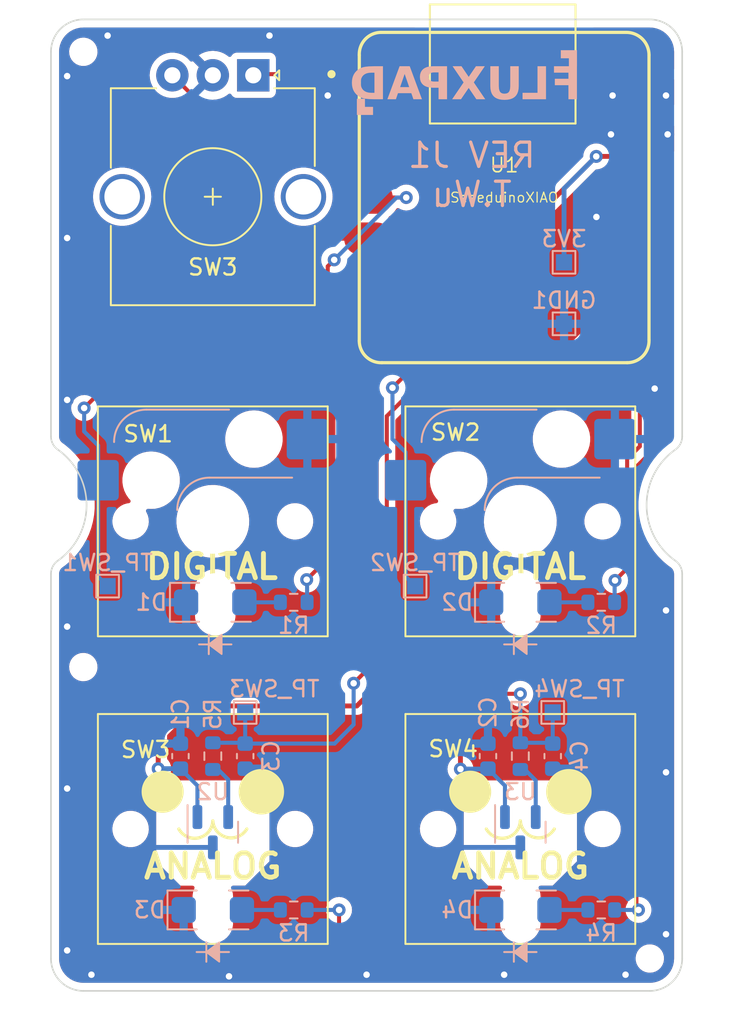
<source format=kicad_pcb>
(kicad_pcb (version 20221018) (generator pcbnew)
  (layers (0 "F.Cu" mixed) (31 "B.Cu" mixed) (34 "B.Paste" user) (35 "F.Paste" user) (36 "B.SilkS" user "B.Silkscreen") (37 "F.SilkS" user "F.Silkscreen") (38 "B.Mask" user) (39 "F.Mask" user) (44 "Edge.Cuts" user))
  (net 0 "")
  (net 1 "ENCA")
  (net 2 "Net-(D1-A)")
  (net 3 "Net-(D2-A)")
  (net 4 "Net-(D3-A)")
  (net 5 "Net-(D4-A)")
  (net 6 "LED3")
  (net 7 "LED1")
  (net 8 "LED4")
  (net 9 "LED2")
  (net 10 "+3V3")
  (net 11 "SW1")
  (net 12 "SW2")
  (net 13 "SW3")
  (net 14 "SW4")
  (net 15 "+5V")
  (net 16 "GND")
  (net 17 "ENCB")
  (net 18 "Net-(U2-OUT)")
  (net 19 "Net-(U3-OUT)")
  (footprint "Tang:JLCPCB Tooling Hole" (layer "F.Cu") (at 137.5 123)
    (fp_text reference "H2" hide)
    (fp_text value "MountingHole")
    (pad "" np_thru_hole circle (at 0 0) (size 1.152 1.152) (drill 1.152) (layers "F&B.Cu" "*.Mask") (clearance 0.3))
  )
  (footprint "Tang:JLCPCB Tooling Hole" (layer "F.Cu") (at 102.5 105)
    (fp_text reference "H3" hide)
    (fp_text value "MountingHole")
    (pad "" np_thru_hole circle (at 0 0) (size 1.152 1.152) (drill 1.152) (layers "F&B.Cu" "*.Mask") (clearance 0.3))
  )
  (footprint "Tang:JLCPCB Tooling Hole" (layer "F.Cu") (at 102.5 67)
    (fp_text reference "H1" hide)
    (fp_text value "MountingHole")
    (pad "" np_thru_hole circle (at 0 0) (size 1.152 1.152) (drill 1.152) (layers "F&B.Cu" "*.Mask") (clearance 0.3))
  )
  (footprint "Rotary_Encoder:RotaryEncoder_Alps_EC12E_Vertical_H20mm_CircularMountingHoles" (layer "F.Cu") (at 113 68.45 -90)
    (fp_text reference "SW3" (at 11.85 2.5 180) (layer "F.SilkS"))
    (fp_text value "PEC12R-4017F-N0024")
    (fp_line (start -0.3 -1.6) (end 0.3 -1.6) (stroke (width 0.12)) (layer "F.SilkS"))
    (fp_line (start 0 -1.3) (end -0.3 -1.6) (stroke (width 0.12)) (layer "F.SilkS"))
    (fp_line (start 0.3 -1.6) (end 0 -1.3) (stroke (width 0.12)) (layer "F.SilkS"))
    (fp_line (start 0.8 -3.8) (end 0.8 -1.3) (stroke (width 0.12)) (layer "F.SilkS"))
    (fp_line (start 0.8 8.8) (end 0.8 6) (stroke (width 0.12)) (layer "F.SilkS"))
    (fp_line (start 5.6 -3.8) (end 0.8 -3.8) (stroke (width 0.12)) (layer "F.SilkS"))
    (fp_line (start 5.7 8.8) (end 0.8 8.8) (stroke (width 0.12)) (layer "F.SilkS"))
    (fp_line (start 7 2.5) (end 8 2.5) (stroke (width 0.12)) (layer "F.SilkS"))
    (fp_line (start 7.5 2) (end 7.5 3) (stroke (width 0.12)) (layer "F.SilkS"))
    (fp_line (start 9.3 -3.8) (end 14.2 -3.8) (stroke (width 0.12)) (layer "F.SilkS"))
    (fp_line (start 14.2 -3.8) (end 14.2 8.8) (stroke (width 0.12)) (layer "F.SilkS"))
    (fp_line (start 14.2 8.8) (end 9.3 8.8) (stroke (width 0.12)) (layer "F.SilkS"))
    (fp_circle (center 7.5 2.5) (end 10.5 2.5) (stroke (width 0.12)) (fill none) (layer "F.SilkS"))
    (pad "A" thru_hole rect (at 0 0 270) (size 2 2) (drill 1) (layers "*.Cu" "*.Mask") (net 1 "ENCA"))
    (pad "B" thru_hole circle (at 0 5 270) (size 2 2) (drill 1) (layers "*.Cu" "*.Mask") (net 17 "ENCB"))
    (pad "C" thru_hole circle (at 0 2.5 270) (size 2 2) (drill 1) (layers "*.Cu" "*.Mask") (net 16 "GND"))
    (pad "MP" thru_hole circle (at 7.5 -3.1 270) (size 2.8 2.8) (drill 2.2) (layers "*.Cu" "*.Mask"))
    (pad "MP" thru_hole circle (at 7.5 8.1 270) (size 2.8 2.8) (drill 2.2) (layers "*.Cu" "*.Mask"))
  )
  (footprint "Tang:Seeeduino XIAO-MOUDLE14P-2.54-21X17.8MM" (layer "F.Cu") (at 128.5 76)
    (fp_text reference "U1" (at 0.004223 -2) (layer "F.SilkS") (effects (font (size 0.889 0.889) (thickness 0.1016))))
    (fp_text value "SeeeduinoXIAO" (at 0.004223 0) (layer "F.SilkS") (effects (font (size 0.6096 0.6096) (thickness 0.0762))))
    (fp_line (start -8.95 -8.8) (end -8.95 8.85) (stroke (width 0.2)) (layer "F.SilkS"))
    (fp_line (start -7.55 10.2) (end 7.6 10.2) (stroke (width 0.2)) (layer "F.SilkS"))
    (fp_line (start -4.58892 -4.572) (end -4.58892 -11.9253) (stroke (width 0.127)) (layer "F.SilkS"))
    (fp_line (start 4.4103 -11.9253) (end -4.58892 -11.9253) (stroke (width 0.12)) (layer "F.SilkS"))
    (fp_line (start 4.4103 -11.9253) (end 4.4103 -4.572) (stroke (width 0.127)) (layer "F.SilkS"))
    (fp_line (start 4.4103 -4.572) (end -4.58892 -4.572) (stroke (width 0.127)) (layer "F.SilkS"))
    (fp_line (start 7.55 -10.2) (end -7.6 -10.2) (stroke (width 0.2)) (layer "F.SilkS"))
    (fp_line (start 8.95 -8.8) (end 8.95 8.8) (stroke (width 0.2)) (layer "F.SilkS"))
    (fp_arc (start -8.95 -8.8) (mid -8.572431 -9.786809) (end -7.6 -10.2) (stroke (width 0.2)) (layer "F.SilkS"))
    (fp_arc (start -7.55 10.2) (mid -8.536809 9.822431) (end -8.95 8.85) (stroke (width 0.2)) (layer "F.SilkS"))
    (fp_arc (start 7.55 -10.2) (mid 8.539949 -9.789949) (end 8.95 -8.8) (stroke (width 0.2)) (layer "F.SilkS"))
    (fp_arc (start 8.95 8.8) (mid 8.57243 9.786805) (end 7.6 10.2) (stroke (width 0.2)) (layer "F.SilkS"))
    (fp_circle (center -10.668 -7.62) (end -10.668 -7.874) (fill solid) (layer "F.SilkS"))
    (pad "1" smd oval (at -8.382 -7.62) (size 3 2) (layers "F.Cu" "F.Mask") (net 1 "ENCA"))
    (pad "2" smd oval (at -8.382 -5.08) (size 3 2) (layers "F.Cu" "F.Mask") (net 17 "ENCB"))
    (pad "3" smd oval (at -8.382 -2.54) (size 3 2) (layers "F.Cu" "F.Mask"))
    (pad "4" smd oval (at -8.382 0) (size 3 2) (layers "F.Cu" "F.Mask") (net 7 "LED1"))
    (pad "5" smd oval (at -8.382 2.54) (size 3 2) (layers "F.Cu" "F.Mask") (net 11 "SW1"))
    (pad "6" smd oval (at -8.382 5.08) (size 3 2) (layers "F.Cu" "F.Mask") (net 6 "LED3"))
    (pad "7" smd oval (at -8.382 7.62) (size 3 2) (layers "F.Cu" "F.Mask") (net 13 "SW3"))
    (pad "8" smd oval (at 8.382 7.62) (size 3 2) (layers "F.Cu" "F.Mask") (net 9 "LED2"))
    (pad "9" smd oval (at 8.382 5.08) (size 3 2) (layers "F.Cu" "F.Mask") (net 14 "SW4"))
    (pad "10" smd oval (at 8.382 2.54) (size 3 2) (layers "F.Cu" "F.Mask") (net 12 "SW2"))
    (pad "11" smd oval (at 8.382 0) (size 3 2) (layers "F.Cu" "F.Mask") (net 8 "LED4"))
    (pad "12" smd oval (at 8.382 -2.54) (size 3 2) (layers "F.Cu" "F.Mask") (net 10 "+3V3"))
    (pad "13" smd oval (at 8.382 -5.08) (size 3 2) (layers "F.Cu" "F.Mask") (net 16 "GND"))
    (pad "14" smd oval (at 8.382 -7.62) (size 3 2) (layers "F.Cu" "F.Mask") (net 15 "+5V"))
    (zone (net 0) (net_name "") (layers "F.Cu" "F.SilkS") (connect_pads (clearance 0)) (min_thickness 0.254)
      (keepout (tracks not_allowed) (vias not_allowed) (pads not_allowed) (copperpour not_allowed) (footprints allowed))
      (fill (thermal_gap 0.508) (thermal_bridge_width 0.508))
      (polygon (pts (xy 130.7 86) (xy 126.3 86) (xy 126.3 83.2) (xy 130.7 83.2)))
    )
    (zone (net 0) (net_name "") (layers "F.Cu" "F.SilkS") (connect_pads (clearance 0)) (min_thickness 0.254)
      (keepout (tracks not_allowed) (vias not_allowed) (pads not_allowed) (copperpour not_allowed) (footprints allowed))
      (fill (thermal_gap 0.508) (thermal_bridge_width 0.508))
      (polygon (pts (xy 133.9 72.2) (xy 123.1 72.2) (xy 123.1 63.8) (xy 133.9 63.8)))
    )
  )
  (footprint "Tang:SW_Hotswap_Kailh_MX_1.00u" (layer "F.Cu") (at 110.5 96)
    (fp_text reference "SW1" (at -4 -5.4) (layer "F.SilkS"))
    (fp_text value "SW_SPST")
    (fp_line (start -4.1 -6.9) (end 1 -6.9) (stroke (width 0.12)) (layer "B.SilkS"))
    (fp_line (start -0.2 -2.7) (end 4.9 -2.7) (stroke (width 0.12)) (layer "B.SilkS"))
    (fp_arc (start -6.1 -4.9) (mid -5.514214 -6.314214) (end -4.1 -6.9) (stroke (width 0.12)) (layer "B.SilkS"))
    (fp_arc (start -2.2 -0.7) (mid -1.614214 -2.114214) (end -0.2 -2.7) (stroke (width 0.12)) (layer "B.SilkS"))
    (fp_line (start -7.1 -7.1) (end -7.1 7.1) (stroke (width 0.12)) (layer "F.SilkS"))
    (fp_line (start -7.1 7.1) (end 7.1 7.1) (stroke (width 0.12)) (layer "F.SilkS"))
    (fp_line (start 7.1 -7.1) (end -7.1 -7.1) (stroke (width 0.12)) (layer "F.SilkS"))
    (fp_line (start 7.1 7.1) (end 7.1 -7.1) (stroke (width 0.12)) (layer "F.SilkS"))
    (pad "" np_thru_hole circle (at -5.08 0) (size 1.75 1.75) (drill 1.75) (layers "*.Cu" "*.Mask"))
    (pad "" np_thru_hole circle (at -3.81 -2.54) (size 3.05 3.05) (drill 3.05) (layers "*.Cu" "*.Mask"))
    (pad "" np_thru_hole circle (at 0 0) (size 4 4) (drill 4) (layers "*.Cu" "*.Mask"))
    (pad "" np_thru_hole circle (at 2.54 -5.08) (size 3.05 3.05) (drill 3.05) (layers "*.Cu" "*.Mask"))
    (pad "" np_thru_hole circle (at 5.08 0) (size 1.75 1.75) (drill 1.75) (layers "*.Cu" "*.Mask"))
    (pad "1" smd roundrect (at -7.085 -2.54) (size 2.55 2.5) (layers "B.Cu" "B.Mask") (roundrect_rratio 0.1) (net 11 "SW1"))
    (pad "2" smd roundrect (at 5.842 -5.08) (size 2.55 2.5) (layers "B.Cu" "B.Mask") (roundrect_rratio 0.1) (net 16 "GND"))
  )
  (footprint "Tang:SW_Hotswap_Kailh_MX_1.00u" (layer "F.Cu") (at 129.5 96)
    (fp_text reference "SW2" (at -4 -5.5) (layer "F.SilkS"))
    (fp_text value "SW_SPST")
    (fp_line (start -4.1 -6.9) (end 1 -6.9) (stroke (width 0.12)) (layer "B.SilkS"))
    (fp_line (start -0.2 -2.7) (end 4.9 -2.7) (stroke (width 0.12)) (layer "B.SilkS"))
    (fp_arc (start -6.1 -4.9) (mid -5.514214 -6.314214) (end -4.1 -6.9) (stroke (width 0.12)) (layer "B.SilkS"))
    (fp_arc (start -2.2 -0.7) (mid -1.614214 -2.114214) (end -0.2 -2.7) (stroke (width 0.12)) (layer "B.SilkS"))
    (fp_line (start -7.1 -7.1) (end -7.1 7.1) (stroke (width 0.12)) (layer "F.SilkS"))
    (fp_line (start -7.1 7.1) (end 7.1 7.1) (stroke (width 0.12)) (layer "F.SilkS"))
    (fp_line (start 7.1 -7.1) (end -7.1 -7.1) (stroke (width 0.12)) (layer "F.SilkS"))
    (fp_line (start 7.1 7.1) (end 7.1 -7.1) (stroke (width 0.12)) (layer "F.SilkS"))
    (pad "" np_thru_hole circle (at -5.08 0) (size 1.75 1.75) (drill 1.75) (layers "*.Cu" "*.Mask"))
    (pad "" np_thru_hole circle (at -3.81 -2.54) (size 3.05 3.05) (drill 3.05) (layers "*.Cu" "*.Mask"))
    (pad "" np_thru_hole circle (at 0 0) (size 4 4) (drill 4) (layers "*.Cu" "*.Mask"))
    (pad "" np_thru_hole circle (at 2.54 -5.08) (size 3.05 3.05) (drill 3.05) (layers "*.Cu" "*.Mask"))
    (pad "" np_thru_hole circle (at 5.08 0) (size 1.75 1.75) (drill 1.75) (layers "*.Cu" "*.Mask"))
    (pad "1" smd roundrect (at -7.085 -2.54) (size 2.55 2.5) (layers "B.Cu" "B.Mask") (roundrect_rratio 0.1) (net 12 "SW2"))
    (pad "2" smd roundrect (at 5.842 -5.08) (size 2.55 2.5) (layers "B.Cu" "B.Mask") (roundrect_rratio 0.1) (net 16 "GND"))
  )
  (footprint "TestPoint:TestPoint_Pad_1.0x1.0mm" (layer "B.Cu") (at 131.5 107.8 180)
    (fp_text reference "TP_SW4" (at -1.65 1.45) (layer "B.SilkS") (effects (justify mirror)))
    (fp_text value "TestPoint")
    (fp_line (start -0.7 -0.7) (end -0.7 0.7) (stroke (width 0.12)) (layer "B.SilkS"))
    (fp_line (start -0.7 0.7) (end 0.7 0.7) (stroke (width 0.12)) (layer "B.SilkS"))
    (fp_line (start 0.7 -0.7) (end -0.7 -0.7) (stroke (width 0.12)) (layer "B.SilkS"))
    (fp_line (start 0.7 0.7) (end 0.7 -0.7) (stroke (width 0.12)) (layer "B.SilkS"))
    (pad "1" smd rect (at 0 0 180) (size 1 1) (layers "B.Cu" "B.Mask") (net 14 "SW4"))
  )
  (footprint "TestPoint:TestPoint_Pad_1.0x1.0mm" (layer "B.Cu") (at 104 100 180)
    (fp_text reference "TP_SW1" (at 0 1.448) (layer "B.SilkS") (effects (justify mirror)))
    (fp_text value "TestPoint")
    (fp_line (start -0.7 -0.7) (end -0.7 0.7) (stroke (width 0.12)) (layer "B.SilkS"))
    (fp_line (start -0.7 0.7) (end 0.7 0.7) (stroke (width 0.12)) (layer "B.SilkS"))
    (fp_line (start 0.7 -0.7) (end -0.7 -0.7) (stroke (width 0.12)) (layer "B.SilkS"))
    (fp_line (start 0.7 0.7) (end 0.7 -0.7) (stroke (width 0.12)) (layer "B.SilkS"))
    (pad "1" smd rect (at 0 0 180) (size 1 1) (layers "B.Cu" "B.Mask") (net 11 "SW1"))
  )
  (footprint "Resistor_SMD:R_0603_1608Metric" (layer "B.Cu") (at 115.5 101)
    (fp_text reference "R1" (at 0 1.43 180) (layer "B.SilkS") (effects (justify mirror)))
    (fp_text value "22")
    (fp_line (start -0.237258 -0.5225) (end 0.237258 -0.5225) (stroke (width 0.12)) (layer "B.SilkS"))
    (fp_line (start -0.237258 0.5225) (end 0.237258 0.5225) (stroke (width 0.12)) (layer "B.SilkS"))
    (pad "1" smd roundrect (at -0.825 0) (size 0.8 0.95) (layers "B.Cu" "B.Paste" "B.Mask") (net 2 "Net-(D1-A)"))
    (pad "2" smd roundrect (at 0.825 0) (size 0.8 0.95) (layers "B.Cu" "B.Paste" "B.Mask") (net 7 "LED1"))
  )
  (footprint "Capacitor_SMD:C_0603_1608Metric" (layer "B.Cu") (at 127.5 110.5 90)
    (fp_text reference "C2" (at 2.7 0 90) (layer "B.SilkS") (effects (justify mirror)))
    (fp_text value "0.1uF")
    (fp_line (start -0.14058 -0.51) (end 0.14058 -0.51) (stroke (width 0.12)) (layer "B.SilkS"))
    (fp_line (start -0.14058 0.51) (end 0.14058 0.51) (stroke (width 0.12)) (layer "B.SilkS"))
    (pad "1" smd roundrect (at -0.775 0 90) (size 0.9 0.95) (layers "B.Cu" "B.Paste" "B.Mask") (net 10 "+3V3"))
    (pad "2" smd roundrect (at 0.775 0 90) (size 0.9 0.95) (layers "B.Cu" "B.Paste" "B.Mask") (net 16 "GND"))
  )
  (footprint "Resistor_SMD:R_0603_1608Metric" (layer "B.Cu") (at 134.5 101)
    (fp_text reference "R2" (at 0 1.43 180) (layer "B.SilkS") (effects (justify mirror)))
    (fp_text value "22")
    (fp_line (start -0.237258 -0.5225) (end 0.237258 -0.5225) (stroke (width 0.12)) (layer "B.SilkS"))
    (fp_line (start -0.237258 0.5225) (end 0.237258 0.5225) (stroke (width 0.12)) (layer "B.SilkS"))
    (pad "1" smd roundrect (at -0.825 0) (size 0.8 0.95) (layers "B.Cu" "B.Paste" "B.Mask") (net 3 "Net-(D2-A)"))
    (pad "2" smd roundrect (at 0.825 0) (size 0.8 0.95) (layers "B.Cu" "B.Paste" "B.Mask") (net 9 "LED2"))
  )
  (footprint "Resistor_SMD:R_0603_1608Metric" (layer "B.Cu") (at 110.5 110.5 90)
    (fp_text reference "R5" (at 2.6 0 90) (layer "B.SilkS") (effects (justify mirror)))
    (fp_text value "0")
    (fp_line (start -0.237258 -0.5225) (end 0.237258 -0.5225) (stroke (width 0.12)) (layer "B.SilkS"))
    (fp_line (start -0.237258 0.5225) (end 0.237258 0.5225) (stroke (width 0.12)) (layer "B.SilkS"))
    (pad "1" smd roundrect (at -0.825 0 90) (size 0.8 0.95) (layers "B.Cu" "B.Paste" "B.Mask") (net 18 "Net-(U2-OUT)"))
    (pad "2" smd roundrect (at 0.825 0 90) (size 0.8 0.95) (layers "B.Cu" "B.Paste" "B.Mask") (net 13 "SW3"))
  )
  (footprint "Tang:LED_1206_3216Metric_ReverseMount_Hole1.8x2.4mm" (layer "B.Cu") (at 129.5 101)
    (fp_text reference "D2" (at -3.9 0) (layer "B.SilkS") (effects (justify mirror)))
    (fp_text value "WHITE LED")
    (fp_line (start -2.8 -1.2) (end -1 -1.2) (stroke (width 0.12)) (layer "B.SilkS"))
    (fp_line (start -2.8 1.2) (end -2.8 -1.2) (stroke (width 0.12)) (layer "B.SilkS"))
    (fp_line (start -1 1.2) (end -2.8 1.2) (stroke (width 0.12)) (layer "B.SilkS"))
    (fp_line (start -0.4 2.6) (end -1 2.6) (stroke (width 0.12)) (layer "B.SilkS"))
    (fp_line (start -0.4 3.2) (end -0.4 2) (stroke (width 0.12)) (layer "B.SilkS"))
    (fp_line (start 0.4 2.6) (end 1 2.6) (stroke (width 0.12)) (layer "B.SilkS"))
    (fp_line (start 1 -1.2) (end 2.2 -1.2) (stroke (width 0.12)) (layer "B.SilkS"))
    (fp_line (start 1 1.2) (end 2.2 1.2) (stroke (width 0.12)) (layer "B.SilkS"))
    (fp_poly (pts (xy 0.4 2) (xy -0.4 2.6) (xy 0.4 3.2)) (stroke (width 0.1)) (fill solid) (layer "B.SilkS"))
    (pad "" np_thru_hole oval (at 0 0) (size 2 3.6) (drill oval 2 3.6) (layers "F&B.Cu" "*.Mask"))
    (pad "1" smd roundrect (at -1.8 0) (size 1.5 1.6) (layers "B.Cu" "B.Paste" "B.Mask") (roundrect_rratio 0.2) (net 16 "GND"))
    (pad "2" smd roundrect (at 1.8 0) (size 1.5 1.6) (layers "B.Cu" "B.Paste" "B.Mask") (roundrect_rratio 0.2) (net 3 "Net-(D2-A)"))
  )
  (footprint "Tang:SW_Cherry_MX_PCB_1.00u_hall_effect" (layer "B.Cu") (at 110.5 115 180)
    (fp_text reference "U2" (at 0 2.3) (layer "B.SilkS") (effects (justify mirror)))
    (fp_text value "DRV5056A3QDBZx Lekker")
    (fp_text user "SW3" (at 4.15 4.9 unlocked) (layer "F.SilkS"))
    (fp_line (start -1.56 -0.2) (end -1.56 -0.85) (stroke (width 0.12)) (layer "B.SilkS"))
    (fp_line (start -1.56 -0.2) (end -1.56 0.45) (stroke (width 0.12)) (layer "B.SilkS"))
    (fp_line (start 1.56 -0.2) (end 1.56 -0.85) (stroke (width 0.12)) (layer "B.SilkS"))
    (fp_line (start 1.56 -0.2) (end 1.56 1.475) (stroke (width 0.12)) (layer "B.SilkS"))
    (fp_line (start -7.1 -7.1) (end 7.1 -7.1) (stroke (width 0.12)) (layer "F.SilkS"))
    (fp_line (start -7.1 7.1) (end -7.1 -7.1) (stroke (width 0.12)) (layer "F.SilkS"))
    (fp_line (start 7.1 -7.1) (end 7.1 7.1) (stroke (width 0.12)) (layer "F.SilkS"))
    (fp_line (start 7.1 7.1) (end -7.1 7.1) (stroke (width 0.12)) (layer "F.SilkS"))
    (pad "" np_thru_hole circle (at -5.08 0 180) (size 1.75 1.75) (drill 1.75) (layers "*.Cu" "*.Mask"))
    (pad "" np_thru_hole circle (at 5.08 0 180) (size 1.75 1.75) (drill 1.75) (layers "*.Cu" "*.Mask"))
    (pad "1" smd roundrect (at 0.95 0.7375 270) (size 1.475 0.6) (layers "B.Cu" "B.Mask") (net 10 "+3V3"))
    (pad "2" smd roundrect (at -0.95 0.7375 270) (size 1.475 0.6) (layers "B.Cu" "B.Mask") (net 18 "Net-(U2-OUT)"))
    (pad "3" smd roundrect (at 0 -1.1375 270) (size 1.475 0.6) (layers "B.Cu" "B.Mask") (net 16 "GND"))
    (zone (net 0) (net_name "") (layers "F&B.Cu" "B.SilkS") (connect_pads (clearance 0)) (min_thickness 0.254)
      (keepout (tracks allowed) (vias not_allowed) (pads allowed) (copperpour not_allowed) (footprints allowed))
      (fill (thermal_gap 0.508) (thermal_bridge_width 0.508))
      (polygon (pts (xy 107 113.5) (xy 107 117) (xy 108.5 118.5) (xy 112.5 118.5) (xy 114 117) (xy 114 113.5) (xy 112.5 112) (xy 108.5 112)))
    )
  )
  (footprint "Tang:LED_1206_3216Metric_ReverseMount_Hole1.8x2.4mm" (layer "B.Cu") (at 110.5 120)
    (fp_text reference "D3" (at -3.9 0) (layer "B.SilkS") (effects (justify mirror)))
    (fp_text value "WHITE LED")
    (fp_line (start -2.8 -1.2) (end -1 -1.2) (stroke (width 0.12)) (layer "B.SilkS"))
    (fp_line (start -2.8 1.2) (end -2.8 -1.2) (stroke (width 0.12)) (layer "B.SilkS"))
    (fp_line (start -1 1.2) (end -2.8 1.2) (stroke (width 0.12)) (layer "B.SilkS"))
    (fp_line (start -0.4 2.6) (end -1 2.6) (stroke (width 0.12)) (layer "B.SilkS"))
    (fp_line (start -0.4 3.2) (end -0.4 2) (stroke (width 0.12)) (layer "B.SilkS"))
    (fp_line (start 0.4 2.6) (end 1 2.6) (stroke (width 0.12)) (layer "B.SilkS"))
    (fp_line (start 1 -1.2) (end 2.2 -1.2) (stroke (width 0.12)) (layer "B.SilkS"))
    (fp_line (start 1 1.2) (end 2.2 1.2) (stroke (width 0.12)) (layer "B.SilkS"))
    (fp_poly (pts (xy 0.4 2) (xy -0.4 2.6) (xy 0.4 3.2)) (stroke (width 0.1)) (fill solid) (layer "B.SilkS"))
    (pad "" np_thru_hole oval (at 0 0) (size 2 3.6) (drill oval 2 3.6) (layers "F&B.Cu" "*.Mask"))
    (pad "1" smd roundrect (at -1.8 0) (size 1.5 1.6) (layers "B.Cu" "B.Paste" "B.Mask") (roundrect_rratio 0.2) (net 16 "GND"))
    (pad "2" smd roundrect (at 1.8 0) (size 1.5 1.6) (layers "B.Cu" "B.Paste" "B.Mask") (roundrect_rratio 0.2) (net 4 "Net-(D3-A)"))
  )
  (footprint "TestPoint:TestPoint_Pad_1.0x1.0mm" (layer "B.Cu") (at 112.5 107.8 180)
    (fp_text reference "TP_SW3" (at -1.8 1.45) (layer "B.SilkS") (effects (justify mirror)))
    (fp_text value "TestPoint")
    (fp_line (start -0.7 -0.7) (end -0.7 0.7) (stroke (width 0.12)) (layer "B.SilkS"))
    (fp_line (start -0.7 0.7) (end 0.7 0.7) (stroke (width 0.12)) (layer "B.SilkS"))
    (fp_line (start 0.7 -0.7) (end -0.7 -0.7) (stroke (width 0.12)) (layer "B.SilkS"))
    (fp_line (start 0.7 0.7) (end 0.7 -0.7) (stroke (width 0.12)) (layer "B.SilkS"))
    (pad "1" smd rect (at 0 0 180) (size 1 1) (layers "B.Cu" "B.Mask") (net 13 "SW3"))
  )
  (footprint "Resistor_SMD:R_0603_1608Metric" (layer "B.Cu") (at 129.5 110.5 90)
    (fp_text reference "R6" (at 2.6 0 90) (layer "B.SilkS") (effects (justify mirror)))
    (fp_text value "0")
    (fp_line (start -0.237258 -0.5225) (end 0.237258 -0.5225) (stroke (width 0.12)) (layer "B.SilkS"))
    (fp_line (start -0.237258 0.5225) (end 0.237258 0.5225) (stroke (width 0.12)) (layer "B.SilkS"))
    (pad "1" smd roundrect (at -0.825 0 90) (size 0.8 0.95) (layers "B.Cu" "B.Paste" "B.Mask") (net 19 "Net-(U3-OUT)"))
    (pad "2" smd roundrect (at 0.825 0 90) (size 0.8 0.95) (layers "B.Cu" "B.Paste" "B.Mask") (net 14 "SW4"))
  )
  (footprint "Capacitor_SMD:C_0603_1608Metric" (layer "B.Cu") (at 131.5 110.5 -90)
    (fp_text reference "C4" (at 0 -1.65 90) (layer "B.SilkS") (effects (justify mirror)))
    (fp_text value "DNP")
    (fp_line (start -0.14058 -0.51) (end 0.14058 -0.51) (stroke (width 0.12)) (layer "B.SilkS"))
    (fp_line (start -0.14058 0.51) (end 0.14058 0.51) (stroke (width 0.12)) (layer "B.SilkS"))
    (pad "1" smd roundrect (at -0.775 0 270) (size 0.9 0.95) (layers "B.Cu" "B.Paste" "B.Mask") (net 14 "SW4"))
    (pad "2" smd roundrect (at 0.775 0 270) (size 0.9 0.95) (layers "B.Cu" "B.Paste" "B.Mask") (net 16 "GND"))
  )
  (footprint "Tang:LED_1206_3216Metric_ReverseMount_Hole1.8x2.4mm" (layer "B.Cu") (at 129.5 120)
    (fp_text reference "D4" (at -3.9 0) (layer "B.SilkS") (effects (justify mirror)))
    (fp_text value "WHITE LED")
    (fp_line (start -2.8 -1.2) (end -1 -1.2) (stroke (width 0.12)) (layer "B.SilkS"))
    (fp_line (start -2.8 1.2) (end -2.8 -1.2) (stroke (width 0.12)) (layer "B.SilkS"))
    (fp_line (start -1 1.2) (end -2.8 1.2) (stroke (width 0.12)) (layer "B.SilkS"))
    (fp_line (start -0.4 2.6) (end -1 2.6) (stroke (width 0.12)) (layer "B.SilkS"))
    (fp_line (start -0.4 3.2) (end -0.4 2) (stroke (width 0.12)) (layer "B.SilkS"))
    (fp_line (start 0.4 2.6) (end 1 2.6) (stroke (width 0.12)) (layer "B.SilkS"))
    (fp_line (start 1 -1.2) (end 2.2 -1.2) (stroke (width 0.12)) (layer "B.SilkS"))
    (fp_line (start 1 1.2) (end 2.2 1.2) (stroke (width 0.12)) (layer "B.SilkS"))
    (fp_poly (pts (xy 0.4 2) (xy -0.4 2.6) (xy 0.4 3.2)) (stroke (width 0.1)) (fill solid) (layer "B.SilkS"))
    (pad "" np_thru_hole oval (at 0 0) (size 2 3.6) (drill oval 2 3.6) (layers "F&B.Cu" "*.Mask"))
    (pad "1" smd roundrect (at -1.8 0) (size 1.5 1.6) (layers "B.Cu" "B.Paste" "B.Mask") (roundrect_rratio 0.2) (net 16 "GND"))
    (pad "2" smd roundrect (at 1.8 0) (size 1.5 1.6) (layers "B.Cu" "B.Paste" "B.Mask") (roundrect_rratio 0.2) (net 5 "Net-(D4-A)"))
  )
  (footprint "TestPoint:TestPoint_Pad_1.0x1.0mm" (layer "B.Cu") (at 123 100 180)
    (fp_text reference "TP_SW2" (at 0 1.448) (layer "B.SilkS") (effects (justify mirror)))
    (fp_text value "TestPoint")
    (fp_line (start -0.7 -0.7) (end -0.7 0.7) (stroke (width 0.12)) (layer "B.SilkS"))
    (fp_line (start -0.7 0.7) (end 0.7 0.7) (stroke (width 0.12)) (layer "B.SilkS"))
    (fp_line (start 0.7 -0.7) (end -0.7 -0.7) (stroke (width 0.12)) (layer "B.SilkS"))
    (fp_line (start 0.7 0.7) (end 0.7 -0.7) (stroke (width 0.12)) (layer "B.SilkS"))
    (pad "1" smd rect (at 0 0 180) (size 1 1) (layers "B.Cu" "B.Mask") (net 12 "SW2"))
  )
  (footprint "Capacitor_SMD:C_0603_1608Metric" (layer "B.Cu") (at 112.5 110.5 -90)
    (fp_text reference "C3" (at 0 -1.6 90) (layer "B.SilkS") (effects (justify mirror)))
    (fp_text value "DNP")
    (fp_line (start -0.14058 -0.51) (end 0.14058 -0.51) (stroke (width 0.12)) (layer "B.SilkS"))
    (fp_line (start -0.14058 0.51) (end 0.14058 0.51) (stroke (width 0.12)) (layer "B.SilkS"))
    (pad "1" smd roundrect (at -0.775 0 270) (size 0.9 0.95) (layers "B.Cu" "B.Paste" "B.Mask") (net 13 "SW3"))
    (pad "2" smd roundrect (at 0.775 0 270) (size 0.9 0.95) (layers "B.Cu" "B.Paste" "B.Mask") (net 16 "GND"))
  )
  (footprint "Tang:LED_1206_3216Metric_ReverseMount_Hole1.8x2.4mm" (layer "B.Cu") (at 110.65 101)
    (fp_text reference "D1" (at -3.95 0) (layer "B.SilkS") (effects (justify mirror)))
    (fp_text value "WHITE LED")
    (fp_line (start -2.8 -1.2) (end -1 -1.2) (stroke (width 0.12)) (layer "B.SilkS"))
    (fp_line (start -2.8 1.2) (end -2.8 -1.2) (stroke (width 0.12)) (layer "B.SilkS"))
    (fp_line (start -1 1.2) (end -2.8 1.2) (stroke (width 0.12)) (layer "B.SilkS"))
    (fp_line (start -0.4 2.6) (end -1 2.6) (stroke (width 0.12)) (layer "B.SilkS"))
    (fp_line (start -0.4 3.2) (end -0.4 2) (stroke (width 0.12)) (layer "B.SilkS"))
    (fp_line (start 0.4 2.6) (end 1 2.6) (stroke (width 0.12)) (layer "B.SilkS"))
    (fp_line (start 1 -1.2) (end 2.2 -1.2) (stroke (width 0.12)) (layer "B.SilkS"))
    (fp_line (start 1 1.2) (end 2.2 1.2) (stroke (width 0.12)) (layer "B.SilkS"))
    (fp_poly (pts (xy 0.4 2) (xy -0.4 2.6) (xy 0.4 3.2)) (stroke (width 0.1)) (fill solid) (layer "B.SilkS"))
    (pad "" np_thru_hole oval (at 0 0) (size 2 3.6) (drill oval 2 3.6) (layers "F&B.Cu" "*.Mask"))
    (pad "1" smd roundrect (at -1.8 0) (size 1.5 1.6) (layers "B.Cu" "B.Paste" "B.Mask") (roundrect_rratio 0.2) (net 16 "GND"))
    (pad "2" smd roundrect (at 1.8 0) (size 1.5 1.6) (layers "B.Cu" "B.Paste" "B.Mask") (roundrect_rratio 0.2) (net 2 "Net-(D1-A)"))
  )
  (footprint "Resistor_SMD:R_0603_1608Metric" (layer "B.Cu") (at 115.5 120)
    (fp_text reference "R3" (at 0 1.43 180) (layer "B.SilkS") (effects (justify mirror)))
    (fp_text value "22")
    (fp_line (start -0.237258 -0.5225) (end 0.237258 -0.5225) (stroke (width 0.12)) (layer "B.SilkS"))
    (fp_line (start -0.237258 0.5225) (end 0.237258 0.5225) (stroke (width 0.12)) (layer "B.SilkS"))
    (pad "1" smd roundrect (at -0.825 0) (size 0.8 0.95) (layers "B.Cu" "B.Paste" "B.Mask") (net 4 "Net-(D3-A)"))
    (pad "2" smd roundrect (at 0.825 0) (size 0.8 0.95) (layers "B.Cu" "B.Paste" "B.Mask") (net 6 "LED3"))
  )
  (footprint "Capacitor_SMD:C_0603_1608Metric" (layer "B.Cu") (at 108.5 110.5 90)
    (fp_text reference "C1" (at 2.6 0 90) (layer "B.SilkS") (effects (justify mirror)))
    (fp_text value "0.1uF")
    (fp_line (start -0.14058 -0.51) (end 0.14058 -0.51) (stroke (width 0.12)) (layer "B.SilkS"))
    (fp_line (start -0.14058 0.51) (end 0.14058 0.51) (stroke (width 0.12)) (layer "B.SilkS"))
    (pad "1" smd roundrect (at -0.775 0 90) (size 0.9 0.95) (layers "B.Cu" "B.Paste" "B.Mask") (net 10 "+3V3"))
    (pad "2" smd roundrect (at 0.775 0 90) (size 0.9 0.95) (layers "B.Cu" "B.Paste" "B.Mask") (net 16 "GND"))
  )
  (footprint "TestPoint:TestPoint_Pad_1.0x1.0mm" (layer "B.Cu") (at 132.2 83.8 180)
    (fp_text reference "GND1" (at 0 1.448) (layer "B.SilkS") (effects (justify mirror)))
    (fp_text value "TestPoint")
    (fp_line (start -0.7 -0.7) (end -0.7 0.7) (stroke (width 0.12)) (layer "B.SilkS"))
    (fp_line (start -0.7 0.7) (end 0.7 0.7) (stroke (width 0.12)) (layer "B.SilkS"))
    (fp_line (start 0.7 -0.7) (end -0.7 -0.7) (stroke (width 0.12)) (layer "B.SilkS"))
    (fp_line (start 0.7 0.7) (end 0.7 -0.7) (stroke (width 0.12)) (layer "B.SilkS"))
    (pad "1" smd rect (at 0 0 180) (size 1 1) (layers "B.Cu" "B.Mask") (net 16 "GND"))
  )
  (footprint "Tang:SW_Cherry_MX_PCB_1.00u_hall_effect" (layer "B.Cu") (at 129.5 115 180)
    (fp_text reference "U3" (at 0 2.3) (layer "B.SilkS") (effects (justify mirror)))
    (fp_text value "DRV5056A3QDBZx Lekker")
    (fp_text user "SW4" (at 4.15 4.95 unlocked) (layer "F.SilkS"))
    (fp_line (start -1.56 -0.2) (end -1.56 -0.85) (stroke (width 0.12)) (layer "B.SilkS"))
    (fp_line (start -1.56 -0.2) (end -1.56 0.45) (stroke (width 0.12)) (layer "B.SilkS"))
    (fp_line (start 1.56 -0.2) (end 1.56 -0.85) (stroke (width 0.12)) (layer "B.SilkS"))
    (fp_line (start 1.56 -0.2) (end 1.56 1.475) (stroke (width 0.12)) (layer "B.SilkS"))
    (fp_line (start -7.1 -7.1) (end 7.1 -7.1) (stroke (width 0.12)) (layer "F.SilkS"))
    (fp_line (start -7.1 7.1) (end -7.1 -7.1) (stroke (width 0.12)) (layer "F.SilkS"))
    (fp_line (start 7.1 -7.1) (end 7.1 7.1) (stroke (width 0.12)) (layer "F.SilkS"))
    (fp_line (start 7.1 7.1) (end -7.1 7.1) (stroke (width 0.12)) (layer "F.SilkS"))
    (pad "" np_thru_hole circle (at -5.08 0 180) (size 1.75 1.75) (drill 1.75) (layers "*.Cu" "*.Mask"))
    (pad "" np_thru_hole circle (at 5.08 0 180) (size 1.75 1.75) (drill 1.75) (layers "*.Cu" "*.Mask"))
    (pad "1" smd roundrect (at 0.95 0.7375 270) (size 1.475 0.6) (layers "B.Cu" "B.Mask") (net 10 "+3V3"))
    (pad "2" smd roundrect (at -0.95 0.7375 270) (size 1.475 0.6) (layers "B.Cu" "B.Mask") (net 19 "Net-(U3-OUT)"))
    (pad "3" smd roundrect (at 0 -1.1375 270) (size 1.475 0.6) (layers "B.Cu" "B.Mask") (net 16 "GND"))
    (zone (net 0) (net_name "") (layers "F&B.Cu" "B.SilkS") (connect_pads (clearance 0)) (min_thickness 0.254)
      (keepout (tracks allowed) (vias not_allowed) (pads allowed) (copperpour not_allowed) (footprints allowed))
      (fill (thermal_gap 0.508) (thermal_bridge_width 0.508))
      (polygon (pts (xy 126 113.5) (xy 126 117) (xy 127.5 118.5) (xy 131.5 118.5) (xy 133 117) (xy 133 113.5) (xy 131.5 112) (xy 127.5 112)))
    )
  )
  (footprint "TestPoint:TestPoint_Pad_1.0x1.0mm" (layer "B.Cu") (at 132.2 80 180)
    (fp_text reference "3V3" (at 0 1.448) (layer "B.SilkS") (effects (justify mirror)))
    (fp_text value "TestPoint")
    (fp_line (start -0.7 -0.7) (end -0.7 0.7) (stroke (width 0.12)) (layer "B.SilkS"))
    (fp_line (start -0.7 0.7) (end 0.7 0.7) (stroke (width 0.12)) (layer "B.SilkS"))
    (fp_line (start 0.7 -0.7) (end -0.7 -0.7) (stroke (width 0.12)) (layer "B.SilkS"))
    (fp_line (start 0.7 0.7) (end 0.7 -0.7) (stroke (width 0.12)) (layer "B.SilkS"))
    (pad "1" smd rect (at 0 0 180) (size 1 1) (layers "B.Cu" "B.Mask") (net 10 "+3V3"))
  )
  (footprint "Resistor_SMD:R_0603_1608Metric" (layer "B.Cu") (at 134.5 120)
    (fp_text reference "R4" (at 0 1.43 180) (layer "B.SilkS") (effects (justify mirror)))
    (fp_text value "22")
    (fp_line (start -0.237258 -0.5225) (end 0.237258 -0.5225) (stroke (width 0.12)) (layer "B.SilkS"))
    (fp_line (start -0.237258 0.5225) (end 0.237258 0.5225) (stroke (width 0.12)) (layer "B.SilkS"))
    (pad "1" smd roundrect (at -0.825 0) (size 0.8 0.95) (layers "B.Cu" "B.Paste" "B.Mask") (net 5 "Net-(D4-A)"))
    (pad "2" smd roundrect (at 0.825 0) (size 0.8 0.95) (layers "B.Cu" "B.Paste" "B.Mask") (net 8 "LED4"))
  )
  (gr_poly (pts (xy 119.4 69.9) (xy 119.4 70.9) (xy 120.4 70.9) (xy 120.4 70.4) (xy 119.9 70.4) (xy 119.9 69.9)) (fill solid) (layer "B.SilkS"))
  (gr_poly (pts (xy 133 67.9) (xy 133 66.9) (xy 132 66.9) (xy 132 67.4) (xy 132.5 67.4) (xy 132.5 67.9)) (fill solid) (layer "B.SilkS"))
  (gr_arc (start 110.5 114.5) (mid 109.639121 115.544309) (end 108.4 115) (stroke (width 0.2)) (layer "F.SilkS"))
  (gr_circle (center 126.4 112.7) (end 127.6 112.7) (stroke (width 0.2)) (fill solid) (layer "F.SilkS"))
  (gr_arc (start 129.5 114.5) (mid 128.639121 115.544309) (end 127.4 115) (stroke (width 0.2)) (layer "F.SilkS"))
  (gr_circle (center 113.5 112.7) (end 114.8 112.8) (stroke (width 0.2)) (fill solid) (layer "F.SilkS"))
  (gr_circle (center 107.4 112.7) (end 108.6 112.7) (stroke (width 0.2)) (fill solid) (layer "F.SilkS"))
  (gr_circle (center 132.5 112.7) (end 133.8 112.8) (stroke (width 0.2)) (fill solid) (layer "F.SilkS"))
  (gr_arc (start 131.6 115) (mid 130.36699 115.518644) (end 129.5 114.5) (stroke (width 0.2)) (layer "F.SilkS"))
  (gr_arc (start 112.6 115) (mid 111.366989 115.518644) (end 110.5 114.5) (stroke (width 0.2)) (layer "F.SilkS"))
  (gr_arc (start 100.5 67) (mid 101.085786 65.585786) (end 102.5 65) (stroke (width 0.1)) (layer "Edge.Cuts"))
  (gr_arc (start 139.076923 98.430554) (mid 139.387951 98.78742) (end 139.5 99.247352) (stroke (width 0.1)) (layer "Edge.Cuts"))
  (gr_arc (start 100.923077 91.569446) (mid 102.7 95) (end 100.923077 98.430554) (stroke (width 0.1)) (layer "Edge.Cuts"))
  (gr_arc (start 100.5 99.247352) (mid 100.612049 98.787421) (end 100.923077 98.430554) (stroke (width 0.1)) (layer "Edge.Cuts"))
  (gr_arc (start 139.076923 98.430554) (mid 137.3 95) (end 139.076923 91.569446) (stroke (width 0.1)) (layer "Edge.Cuts"))
  (gr_line (start 100.5 67) (end 100.5 90.752648) (stroke (width 0.1)) (layer "Edge.Cuts"))
  (gr_line (start 102.5 125) (end 137.5 125) (stroke (width 0.1)) (layer "Edge.Cuts"))
  (gr_arc (start 137.5 65) (mid 138.914214 65.585786) (end 139.5 67) (stroke (width 0.1)) (layer "Edge.Cuts"))
  (gr_arc (start 100.923077 91.569446) (mid 100.612049 91.21258) (end 100.5 90.752648) (stroke (width 0.1)) (layer "Edge.Cuts"))
  (gr_line (start 139.5 90.752648) (end 139.5 67) (stroke (width 0.1)) (layer "Edge.Cuts"))
  (gr_line (start 137.5 65) (end 102.5 65) (stroke (width 0.1)) (layer "Edge.Cuts"))
  (gr_arc (start 139.5 123) (mid 138.914214 124.414214) (end 137.5 125) (stroke (width 0.1)) (layer "Edge.Cuts"))
  (gr_line (start 100.5 99.247352) (end 100.5 123) (stroke (width 0.1)) (layer "Edge.Cuts"))
  (gr_arc (start 102.5 125) (mid 101.085786 124.414214) (end 100.5 123) (stroke (width 0.1)) (layer "Edge.Cuts"))
  (gr_line (start 139.5 123) (end 139.5 99.247352) (stroke (width 0.1)) (layer "Edge.Cuts"))
  (gr_arc (start 139.5 90.752648) (mid 139.387933 91.21257) (end 139.076923 91.569446) (stroke (width 0.1)) (layer "Edge.Cuts"))
  (gr_text "REV J1\nT.Wu" (at 126.5 74.6) (layer "B.SilkS") (effects (font (size 1.5 1.5) (thickness 0.2)) (justify mirror)))
  (gr_text "FLUXPAD" (at 126.1 69.1) (layer "B.SilkS") (effects (font (size 2 2) (thickness 0.175)) (justify mirror)))
  (gr_text "DIGITAL" (at 110.45 98.8) (layer "F.SilkS") (effects (font (size 1.5 1.5) (thickness 0.3))))
  (gr_text "ANALOG" (at 129.5 117.3) (layer "F.SilkS") (effects (font (size 1.5 1.5) (thickness 0.3))))
  (gr_text "DIGITAL" (at 129.5 98.8) (layer "F.SilkS") (effects (font (size 1.5 1.5) (thickness 0.3))))
  (gr_text "ANALOG" (at 110.5 117.3) (layer "F.SilkS") (effects (font (size 1.5 1.5) (thickness 0.3))))
  (segment (start 113.07 68.38) (end 113 68.45) (width 0.25) (layer "F.Cu") (net 1))
  (segment (start 120.35 68.38) (end 113.07 68.38) (width 0.25) (layer "F.Cu") (net 1))
  (segment (start 114.675 101) (end 112.45 101) (width 0.25) (layer "B.Cu") (net 2))
  (segment (start 133.675 101) (end 131.3 101) (width 0.25) (layer "B.Cu") (net 3))
  (segment (start 114.675 120) (end 112.3 120) (width 0.25) (layer "B.Cu") (net 4))
  (segment (start 133.675 120) (end 131.3 120) (width 0.25) (layer "B.Cu") (net 5))
  (segment (start 117.15 106.65) (end 119.25 104.55) (width 0.25) (layer "F.Cu") (net 6))
  (segment (start 102.75 122.3) (end 102.75 107.55) (width 0.25) (layer "F.Cu") (net 6))
  (segment (start 118.2 84.5) (end 118.2 82.998) (width 0.25) (layer "F.Cu") (net 6))
  (segment (start 118.3 122.15) (end 117.75 122.7) (width 0.25) (layer "F.Cu") (net 6))
  (segment (start 117.75 122.7) (end 103.15 122.7) (width 0.25) (layer "F.Cu") (net 6))
  (segment (start 102.75 107.55) (end 103.65 106.65) (width 0.25) (layer "F.Cu") (net 6))
  (segment (start 118.3 120) (end 118.3 122.15) (width 0.25) (layer "F.Cu") (net 6))
  (segment (start 103.65 106.65) (end 117.15 106.65) (width 0.25) (layer "F.Cu") (net 6))
  (segment (start 119.25 104.55) (end 119.25 85.55) (width 0.25) (layer "F.Cu") (net 6))
  (segment (start 103.15 122.7) (end 102.75 122.3) (width 0.25) (layer "F.Cu") (net 6))
  (segment (start 118.2 82.998) (end 120.118 81.08) (width 0.25) (layer "F.Cu") (net 6))
  (segment (start 119.25 85.55) (end 118.2 84.5) (width 0.25) (layer "F.Cu") (net 6))
  (via (at 118.3 120) (size 0.8) (drill 0.4) (layers "F.Cu" "B.Cu") (net 6))
  (segment (start 118.3 120) (end 116.4125 120) (width 0.25) (layer "B.Cu") (net 6))
  (segment (start 118.6 85.75) (end 118.6 97.3) (width 0.25) (layer "F.Cu") (net 7))
  (segment (start 118 79.85) (end 117.6 80.25) (width 0.25) (layer "F.Cu") (net 7))
  (segment (start 122.45 76) (end 120.118 76) (width 0.25) (layer "F.Cu") (net 7))
  (segment (start 117.6 80.25) (end 117.6 84.75) (width 0.25) (layer "F.Cu") (net 7))
  (segment (start 118.6 97.3) (end 116.3 99.6) (width 0.25) (layer "F.Cu") (net 7))
  (segment (start 117.6 84.75) (end 118.6 85.75) (width 0.25) (layer "F.Cu") (net 7))
  (via (at 122.45 76) (size 0.8) (drill 0.4) (layers "F.Cu" "B.Cu") (net 7))
  (via (at 118 79.85) (size 0.8) (drill 0.4) (layers "F.Cu" "B.Cu") (net 7))
  (via (at 116.3 99.6) (size 0.8) (drill 0.4) (layers "F.Cu" "B.Cu") (net 7))
  (segment (start 121.85 76) (end 118 79.85) (width 0.25) (layer "B.Cu") (net 7))
  (segment (start 116.325 99.625) (end 116.325 101) (width 0.25) (layer "B.Cu") (net 7))
  (segment (start 116.3 99.6) (end 116.325 99.625) (width 0.25) (layer "B.Cu") (net 7))
  (segment (start 122.45 76) (end 121.85 76) (width 0.25) (layer "B.Cu") (net 7))
  (segment (start 136.8 120) (end 136.672343 119.872343) (width 0.25) (layer "F.Cu") (net 8))
  (segment (start 136.672343 119.872343) (end 136.672343 92.627657) (width 0.25) (layer "F.Cu") (net 8))
  (segment (start 138.8 77.918) (end 136.882 76) (width 0.25) (layer "F.Cu") (net 8))
  (segment (start 136.672343 92.627657) (end 138.8 90.5) (width 0.25) (layer "F.Cu") (net 8))
  (segment (start 138.8 90.5) (end 138.8 77.918) (width 0.25) (layer "F.Cu") (net 8))
  (via (at 136.8 120) (size 0.8) (drill 0.4) (layers "F.Cu" "B.Cu") (net 8))
  (segment (start 135.4125 120) (end 136.8 120) (width 0.25) (layer "B.Cu") (net 8))
  (segment (start 136.1 98.9) (end 136.1 92.15) (width 0.25) (layer "F.Cu") (net 9))
  (segment (start 136.1 92.15) (end 136.882 91.368) (width 0.25) (layer "F.Cu") (net 9))
  (segment (start 136.882 91.368) (end 136.882 83.62) (width 0.25) (layer "F.Cu") (net 9))
  (segment (start 135.35 99.65) (end 136.1 98.9) (width 0.25) (layer "F.Cu") (net 9))
  (via (at 135.35 99.65) (size 0.8) (drill 0.4) (layers "F.Cu" "B.Cu") (net 9))
  (segment (start 135.35 99.65) (end 135.325 99.675) (width 0.25) (layer "B.Cu") (net 9))
  (segment (start 135.325 99.675) (end 135.325 101) (width 0.25) (layer "B.Cu") (net 9))
  (segment (start 107.125 111.275) (end 107.125 108.975) (width 0.3) (layer "F.Cu") (net 10))
  (segment (start 125.8 108.75) (end 124.45 107.4) (width 0.3) (layer "F.Cu") (net 10))
  (segment (start 120.6 106.2) (end 120.6 87.05) (width 0.3) (layer "F.Cu") (net 10))
  (segment (start 119.4 107.4) (end 120.6 106.2) (width 0.3) (layer "F.Cu") (net 10))
  (segment (start 107.125 108.975) (end 108.7 107.4) (width 0.3) (layer "F.Cu") (net 10))
  (segment (start 121.8 107.4) (end 120.75 106.35) (width 0.3) (layer "F.Cu") (net 10))
  (segment (start 124.45 107.4) (end 121.8 107.4) (width 0.3) (layer "F.Cu") (net 10))
  (segment (start 120.75 106.35) (end 120.6 106.2) (width 0.3) (layer "F.Cu") (net 10))
  (segment (start 120.6 87.05) (end 134.19 73.46) (width 0.3) (layer "F.Cu") (net 10))
  (segment (start 125.8 111.3) (end 125.8 108.75) (width 0.3) (layer "F.Cu") (net 10))
  (segment (start 108.7 107.4) (end 119.4 107.4) (width 0.3) (layer "F.Cu") (net 10))
  (segment (start 134.19 73.46) (end 136.51456 73.46) (width 0.3) (layer "F.Cu") (net 10))
  (via (at 107.125 111.275) (size 0.8) (drill 0.4) (layers "F.Cu" "B.Cu") (net 10))
  (via (at 125.8 111.3) (size 0.8) (drill 0.4) (layers "F.Cu" "B.Cu") (net 10))
  (via (at 134.19 73.46) (size 0.8) (drill 0.4) (layers "F.Cu" "B.Cu") (net 10))
  (segment (start 132.2 80) (end 132.2 75.45) (width 0.3) (layer "B.Cu") (net 10))
  (segment (start 128.55 114.2625) (end 128.55 112.325) (width 0.25) (layer "B.Cu") (net 10))
  (segment (start 107.125 111.275) (end 108.5 111.275) (width 0.3) (layer "B.Cu") (net 10))
  (segment (start 108.5 111.275) (end 109.55 112.325) (width 0.25) (layer "B.Cu") (net 10))
  (segment (start 125.8 111.3) (end 127.475 111.3) (width 0.3) (layer "B.Cu") (net 10))
  (segment (start 132.2 75.45) (end 134.19 73.46) (width 0.3) (layer "B.Cu") (net 10))
  (segment (start 128.55 112.325) (end 127.5 111.275) (width 0.25) (layer "B.Cu") (net 10))
  (segment (start 109.55 112.325) (end 109.55 114.2625) (width 0.25) (layer "B.Cu") (net 10))
  (segment (start 113.4 88) (end 103.55 88) (width 0.25) (layer "F.Cu") (net 11))
  (segment (start 117 84.4) (end 113.4 88) (width 0.25) (layer "F.Cu") (net 11))
  (segment (start 103.55 88) (end 102.55 89) (width 0.25) (layer "F.Cu") (net 11))
  (segment (start 120.118 78.54) (end 117.86 78.54) (width 0.25) (layer "F.Cu") (net 11))
  (segment (start 117.86 78.54) (end 117 79.4) (width 0.25) (layer "F.Cu") (net 11))
  (segment (start 117 79.4) (end 117 84.4) (width 0.25) (layer "F.Cu") (net 11))
  (via (at 102.55 89) (size 0.8) (drill 0.4) (layers "F.Cu" "B.Cu") (net 11))
  (segment (start 102.55 90.45) (end 103.415 91.315) (width 0.25) (layer "B.Cu") (net 11))
  (segment (start 103.415 99.415) (end 104 100) (width 0.25) (layer "B.Cu") (net 11))
  (segment (start 103.415 91.315) (end 103.415 93.46) (width 0.25) (layer "B.Cu") (net 11))
  (segment (start 103.415 93.46) (end 103.415 99.415) (width 0.25) (layer "B.Cu") (net 11))
  (segment (start 102.55 89) (end 102.55 90.45) (width 0.25) (layer "B.Cu") (net 11))
  (segment (start 134.45 80.972) (end 136.882 78.54) (width 0.25) (layer "F.Cu") (net 12))
  (segment (start 122.2 87.15) (end 131.2 87.15) (width 0.25) (layer "F.Cu") (net 12))
  (segment (start 134.45 83.9) (end 134.45 80.972) (width 0.25) (layer "F.Cu") (net 12))
  (segment (start 121.6 87.75) (end 122.2 87.15) (width 0.25) (layer "F.Cu") (net 12))
  (segment (start 131.2 87.15) (end 134.45 83.9) (width 0.25) (layer "F.Cu") (net 12))
  (via (at 121.6 87.75) (size 0.8) (drill 0.4) (layers "F.Cu" "B.Cu") (net 12))
  (segment (start 121.6 87.75) (end 121.6 90.92) (width 0.25) (layer "B.Cu") (net 12))
  (segment (start 122.415 93.46) (end 122.415 99.415) (width 0.25) (layer "B.Cu") (net 12))
  (segment (start 122.415 91.735) (end 122.415 93.46) (width 0.25) (layer "B.Cu") (net 12))
  (segment (start 121.6 90.92) (end 122.415 91.735) (width 0.25) (layer "B.Cu") (net 12))
  (segment (start 122.415 99.415) (end 123 100) (width 0.25) (layer "B.Cu") (net 12))
  (segment (start 119.9 105.3) (end 119.9 83.838) (width 0.25) (layer "F.Cu") (net 13))
  (segment (start 119.2 106) (end 119.9 105.3) (width 0.25) (layer "F.Cu") (net 13))
  (segment (start 119.9 83.838) (end 120.118 83.62) (width 0.25) (layer "F.Cu") (net 13))
  (via (at 119.2 106) (size 0.8) (drill 0.4) (layers "F.Cu" "B.Cu") (net 13))
  (segment (start 119.2 106) (end 119.2 108.55) (width 0.25) (layer "B.Cu") (net 13))
  (segment (start 119.2 108.55) (end 118.025 109.725) (width 0.25) (layer "B.Cu") (net 13))
  (segment (start 112.45 109.675) (end 112.5 109.725) (width 0.25) (layer "B.Cu") (net 13))
  (segment (start 112.5 109.725) (end 112.5 107.8) (width 0.25) (layer "B.Cu") (net 13))
  (segment (start 118.025 109.725) (end 112.5 109.725) (width 0.25) (layer "B.Cu") (net 13))
  (segment (start 110.5 109.675) (end 112.45 109.675) (width 0.25) (layer "B.Cu") (net 13))
  (segment (start 123 87.75) (end 131.45 87.75) (width 0.25) (layer "F.Cu") (net 14))
  (segment (start 121.25 89.5) (end 123 87.75) (width 0.25) (layer "F.Cu") (net 14))
  (segment (start 121.25 105.85) (end 121.25 89.5) (width 0.25) (layer "F.Cu") (net 14))
  (segment (start 135 82.962) (end 136.882 81.08) (width 0.25) (layer "F.Cu") (net 14))
  (segment (start 131.45 87.75) (end 135 84.2) (width 0.25) (layer "F.Cu") (net 14))
  (segment (start 135 84.2) (end 135 82.962) (width 0.25) (layer "F.Cu") (net 14))
  (segment (start 129.5 106.65) (end 122.05 106.65) (width 0.25) (layer "F.Cu") (net 14))
  (segment (start 122.05 106.65) (end 121.25 105.85) (width 0.25) (layer "F.Cu") (net 14))
  (via (at 129.5 106.65) (size 0.8) (drill 0.4) (layers "F.Cu" "B.Cu") (net 14))
  (segment (start 131.5 109.725) (end 131.5 107.8) (width 0.25) (layer "B.Cu") (net 14))
  (segment (start 129.5 106.65) (end 129.5 109.675) (width 0.25) (layer "B.Cu") (net 14))
  (segment (start 129.5 109.675) (end 131.45 109.675) (width 0.25) (layer "B.Cu") (net 14))
  (segment (start 131.45 109.675) (end 131.5 109.725) (width 0.25) (layer "B.Cu") (net 14))
  (segment (start 135.662 69.7) (end 136.882 70.92) (width 0.25) (layer "F.Cu") (net 16))
  (segment (start 138.6 72.1) (end 138.062 72.1) (width 0.25) (layer "F.Cu") (net 16))
  (segment (start 135.2 69.7) (end 135.662 69.7) (width 0.25) (layer "F.Cu") (net 16))
  (segment (start 138.5 69.7) (end 138.102 69.7) (width 0.25) (layer "F.Cu") (net 16))
  (segment (start 138.062 72.1) (end 136.882 70.92) (width 0.25) (layer "F.Cu") (net 16))
  (segment (start 138.102 69.7) (end 136.882 70.92) (width 0.25) (layer "F.Cu") (net 16))
  (segment (start 135.702 72.1) (end 136.882 70.92) (width 0.25) (layer "F.Cu") (net 16))
  (segment (start 135.1 72.1) (end 135.702 72.1) (width 0.25) (layer "F.Cu") (net 16))
  (via (at 138.6 72.1) (size 0.8) (drill 0.4) (layers "F.Cu" "B.Cu") (net 16))
  (via (at 120 124) (size 0.8) (drill 0.4) (layers "F.Cu" "B.Cu") (net 16))
  (via (at 135.2 69.7) (size 0.8) (drill 0.4) (layers "F.Cu" "B.Cu") (net 16))
  (via (at 103 124) (size 0.8) (drill 0.4) (layers "F.Cu" "B.Cu") (net 16))
  (via (at 128.5 124) (size 0.8) (drill 0.4) (layers "F.Cu" "B.Cu") (net 16))
  (via (at 135.1 72.1) (size 0.8) (drill 0.4) (layers "F.Cu" "B.Cu") (net 16))
  (via (at 137.8 87.8) (size 0.8) (drill 0.4) (layers "F.Cu" "B.Cu") (net 16))
  (via (at 101.5 88.5) (size 0.8) (drill 0.4) (layers "F.Cu" "B.Cu") (net 16))
  (via (at 117.6 69.7) (size 0.8) (drill 0.4) (layers "F.Cu" "B.Cu") (net 16))
  (via (at 138.5 69.7) (size 0.8) (drill 0.4) (layers "F.Cu" "B.Cu") (net 16))
  (via (at 101.5 112.5) (size 0.8) (drill 0.4) (layers "F.Cu" "B.Cu") (net 16))
  (via (at 101.5 122.5) (size 0.8) (drill 0.4) (layers "F.Cu" "B.Cu") (net 16))
  (via (at 104 66) (size 0.8) (drill 0.4) (layers "F.Cu" "B.Cu") (net 16))
  (via (at 138.5 111.5) (size 0.8) (drill 0.4) (layers "F.Cu" "B.Cu") (net 16))
  (via (at 111.5 124.1005) (size 0.8) (drill 0.4) (layers "F.Cu" "B.Cu") (net 16))
  (via (at 101.5 102.5) (size 0.8) (drill 0.4) (layers "F.Cu" "B.Cu") (net 16))
  (via (at 138.5 121.5) (size 0.8) (drill 0.4) (layers "F.Cu" "B.Cu") (net 16))
  (via (at 134.2 77.2) (size 0.8) (drill 0.4) (layers "F.Cu" "B.Cu") (net 16))
  (via (at 101.5 68.5) (size 0.8) (drill 0.4) (layers "F.Cu" "B.Cu") (net 16))
  (via (at 138.5 101.5) (size 0.8) (drill 0.4) (layers "F.Cu" "B.Cu") (net 16))
  (via (at 136 124) (size 0.8) (drill 0.4) (layers "F.Cu" "B.Cu") (net 16))
  (via (at 101.5 78.5) (size 0.8) (drill 0.4) (layers "F.Cu" "B.Cu") (net 16))
  (via (at 114 66) (size 0.8) (drill 0.4) (layers "F.Cu" "B.Cu") (net 16))
  (segment (start 110.5 116.1375) (end 106.6625 116.1375) (width 0.3) (layer "B.Cu") (net 16))
  (segment (start 129.5 116.1375) (end 125.6375 116.1375) (width 0.3) (layer "B.Cu") (net 16))
  (segment (start 110.47 70.92) (end 108 68.45) (width 0.25) (layer "F.Cu") (net 17))
  (segment (start 116.08 70.92) (end 110.47 70.92) (width 0.25) (layer "F.Cu") (net 17))
  (segment (start 120.35 70.92) (end 116.08 70.92) (width 0.25) (layer "F.Cu") (net 17))
  (segment (start 111.45 111.95) (end 110.825 111.325) (width 0.25) (layer "B.Cu") (net 18))
  (segment (start 110.825 111.325) (end 110.5 111.325) (width 0.25) (layer "B.Cu") (net 18))
  (segment (start 111.45 114.2625) (end 111.45 111.95) (width 0.25) (layer "B.Cu") (net 18))
  (segment (start 130.45 114.2625) (end 130.45 112) (width 0.25) (layer "B.Cu") (net 19))
  (segment (start 130.45 112) (end 129.775 111.325) (width 0.25) (layer "B.Cu") (net 19))
  (segment (start 129.775 111.325) (end 129.5 111.325) (width 0.25) (layer "B.Cu") (net 19))
  (zone (net 16) (net_name "GND") (layer "F.Cu") (connect_pads (clearance 0.4)) (min_thickness 0.254) (fill yes (thermal_gap 0.508) (thermal_bridge_width 0.508))
    (polygon (pts (xy 140.4 125.1) (xy 100.4 125.1) (xy 100.4 64.1) (xy 140.4 64.1)))
  )
  (zone (net 16) (net_name "GND") (layer "B.Cu") (connect_pads (clearance 0.4)) (min_thickness 0.254) (fill yes (thermal_gap 0.508) (thermal_bridge_width 0.508) (smoothing fillet) (radius 0.5))
    (polygon (pts (xy 140 125.5) (xy 100 125.5) (xy 100 64.5) (xy 140 64.5)))
  )
)
</source>
